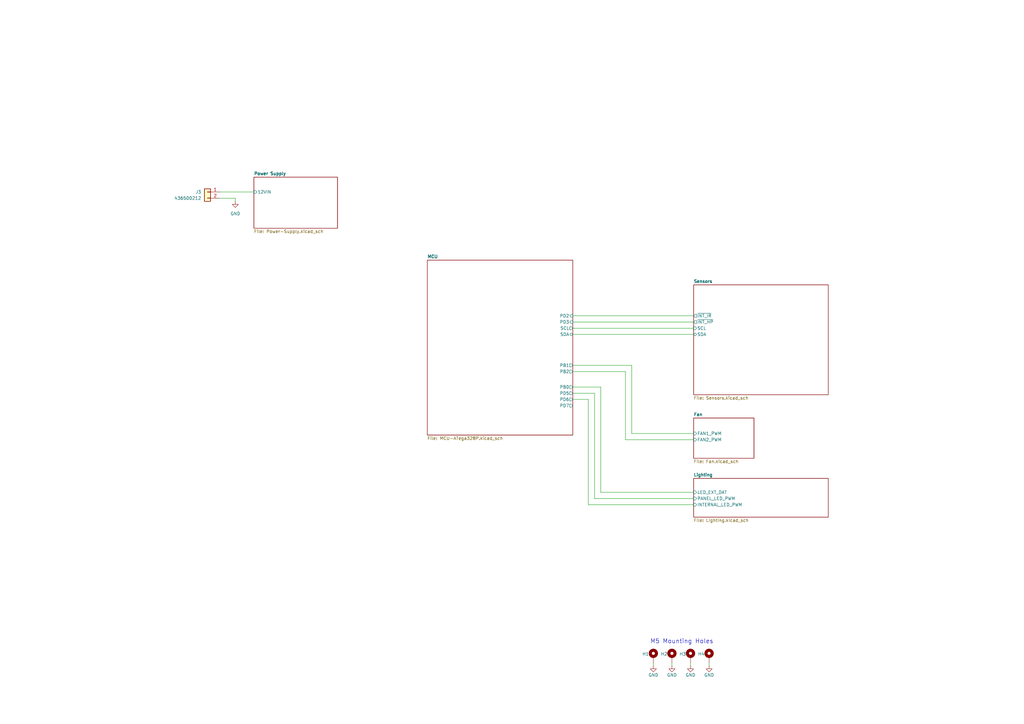
<source format=kicad_sch>
(kicad_sch (version 20231120) (generator "eeschema") (generator_version "8.0")
  (paper "A3")
  (title_block (title "Porto - Butterfly") (date "2025-02-20") (rev "v2.0"))
  (lib_symbols
    (symbol "Connector_Generic:Conn_01x02" (pin_names (offset 1.016) hide)
      (property "Reference" "J" (at 0 2.54 0))
      (property "Value" "Conn_01x02" (at 0 -5.08 0))
      (symbol "Conn_01x02_1_1"
        (rectangle (start -1.27 -2.413) (end 0 -2.667) (stroke (width 0.1524)))
        (rectangle (start -1.27 0.127) (end 0 -0.127) (stroke (width 0.1524)))
        (rectangle (start -1.27 1.27) (end 1.27 -3.81) (stroke (width 0.254)) (fill (type background)))
        (pin passive line (at -5.08 0 0) (length 3.81) (name "Pin_1") (number "1"))
        (pin passive line (at -5.08 -2.54 0) (length 3.81) (name "Pin_2") (number "2"))
      )
    )
    (symbol "Mechanical:MountingHole_Pad" (pin_numbers hide) (pin_names (offset 1.016) hide) (exclude_from_sim yes) (in_bom no)
      (property "Reference" "H" (at 0 6.35 0))
      (property "Value" "MountingHole_Pad" (at 0 4.445 0))
      (symbol "MountingHole_Pad_0_1"
        (circle (center 0 1.27) (radius 1.27) (stroke (width 1.27)))
      )
      (symbol "MountingHole_Pad_1_1"
        (pin input line (at 0 -2.54 90) (length 2.54) (name "1") (number "1"))
      )
    )
    (symbol "power:GND" (power) (pin_numbers hide) (pin_names (offset 0) hide)
      (property "Value" "GND" (at 0 -3.81 0))
      (symbol "GND_0_1"
        (polyline (pts (xy 0 0) (xy 0 -1.27) (xy 1.27 -1.27) (xy 0 -2.54) (xy -1.27 -1.27) (xy 0 -1.27)))
      )
      (symbol "GND_1_1"
        (pin power_in line (at 0 0 270) (length 0) (name "~") (number "1"))
      )
    )
  )
  (wire (pts (xy 284.48 207.01) (xy 241.3 207.01)))
  (wire (pts (xy 234.95 134.62) (xy 284.48 134.62)))
  (wire (pts (xy 256.54 180.34) (xy 256.54 152.4)))
  (wire (pts (xy 246.38 201.93) (xy 246.38 158.75)))
  (wire (pts (xy 96.52 81.28) (xy 90.17 81.28)))
  (wire (pts (xy 284.48 201.93) (xy 246.38 201.93)))
  (wire (pts (xy 259.08 149.86) (xy 259.08 177.8)))
  (wire (pts (xy 234.95 132.08) (xy 284.48 132.08)))
  (wire (pts (xy 96.52 81.28) (xy 96.52 82.55)))
  (wire (pts (xy 234.95 158.75) (xy 246.38 158.75)))
  (wire (pts (xy 241.3 207.01) (xy 241.3 163.83)))
  (wire (pts (xy 284.48 204.47) (xy 243.84 204.47)))
  (wire (pts (xy 234.95 149.86) (xy 259.08 149.86)))
  (wire (pts (xy 283.21 271.78) (xy 283.21 273.05)))
  (wire (pts (xy 275.59 271.78) (xy 275.59 273.05)))
  (wire (pts (xy 267.97 271.78) (xy 267.97 273.05)))
  (wire (pts (xy 234.95 137.16) (xy 284.48 137.16)))
  (wire (pts (xy 290.83 271.78) (xy 290.83 273.05)))
  (wire (pts (xy 259.08 177.8) (xy 284.48 177.8)))
  (wire (pts (xy 243.84 204.47) (xy 243.84 161.29)))
  (wire (pts (xy 256.54 152.4) (xy 234.95 152.4)))
  (wire (pts (xy 90.17 78.74) (xy 104.14 78.74)))
  (wire (pts (xy 234.95 163.83) (xy 241.3 163.83)))
  (wire (pts (xy 234.95 161.29) (xy 243.84 161.29)))
  (wire (pts (xy 234.95 129.54) (xy 284.48 129.54)))
  (wire (pts (xy 284.48 180.34) (xy 256.54 180.34)))
  (text "M5 Mounting Holes" (at 279.654 263.144 0) (effects (font (size 1.778 1.778))))
  (symbol (lib_id "power:GND") (at 267.97 273.05 0) (unit 1)
    (property "Reference" "#PWR022" (effects (hide yes)))
    (property "Value" "GND" (at 267.97 276.86 0))
    (property "Description" "Power symbol creates a global label with name \"GND\" , ground" (effects (hide yes)))
  )
  (symbol (lib_id "Connector_Generic:Conn_01x02") (at 85.09 78.74 0) (mirror y) (unit 1)
    (property "Reference" "J3" (at 82.55 78.7399 0) (effects (justify left)))
    (property "Value" "436500212" (at 82.55 81.2799 0) (effects (justify left)))
    (property "Footprint" "butterfly-footprint-libs:436500212" (effects (hide yes)))
    (property "Datasheet" "https://tools.molex.com/pdm_docs/ps/PS-43650.pdf" (effects (hide yes)))
    (property "Description" "1x2P 2P Micro-Fit(MX 3.0) Tin 2 -40℃~+105℃ 8.5A 1 3mm Brass Horizontal attachment SMD,P=3mm,Surface Mount，Right Angle Wire To Board Connector ROHS" (effects (hide yes)))
    (property "JLC" "C240839" (effects (hide yes)))
  )
  (symbol (lib_id "power:GND") (at 290.83 273.05 0) (unit 1)
    (property "Reference" "#PWR031" (effects (hide yes)))
    (property "Value" "GND" (at 290.83 276.86 0))
    (property "Description" "Power symbol creates a global label with name \"GND\" , ground" (effects (hide yes)))
  )
  (symbol (lib_id "power:GND") (at 96.52 82.55 0) (unit 1)
    (property "Reference" "#PWR060" (effects (hide yes)))
    (property "Value" "GND" (at 96.52 87.63 0))
    (property "Description" "Power symbol creates a global label with name \"GND\" , ground" (effects (hide yes)))
  )
  (symbol (lib_id "power:GND") (at 275.59 273.05 0) (unit 1)
    (property "Reference" "#PWR023" (effects (hide yes)))
    (property "Value" "GND" (at 275.59 276.86 0))
    (property "Description" "Power symbol creates a global label with name \"GND\" , ground" (effects (hide yes)))
  )
  (symbol (lib_id "Mechanical:MountingHole_Pad") (at 275.59 269.24 0) (unit 1) (exclude_from_sim yes) (in_bom no)
    (property "Reference" "H2" (at 271.018 268.224 0) (effects (justify left)))
    (property "Value" "MountingHole_Pad" (effects (hide yes)))
    (property "Footprint" "MountingHole:MountingHole_5.3mm_M5_DIN965_Pad" (effects (hide yes)))
    (property "Description" "Mounting Hole with connection" (effects (hide yes)))
  )
  (symbol (lib_id "Mechanical:MountingHole_Pad") (at 290.83 269.24 0) (unit 1) (exclude_from_sim yes) (in_bom no)
    (property "Reference" "H4" (at 286.258 268.224 0) (effects (justify left)))
    (property "Value" "MountingHole_Pad" (effects (hide yes)))
    (property "Footprint" "MountingHole:MountingHole_5.3mm_M5_DIN965_Pad" (effects (hide yes)))
    (property "Description" "Mounting Hole with connection" (effects (hide yes)))
  )
  (symbol (lib_id "Mechanical:MountingHole_Pad") (at 283.21 269.24 0) (unit 1) (exclude_from_sim yes) (in_bom no)
    (property "Reference" "H3" (at 278.638 268.224 0) (effects (justify left)))
    (property "Value" "MountingHole_Pad" (effects (hide yes)))
    (property "Footprint" "MountingHole:MountingHole_5.3mm_M5_DIN965_Pad" (effects (hide yes)))
    (property "Description" "Mounting Hole with connection" (effects (hide yes)))
  )
  (symbol (lib_id "power:GND") (at 283.21 273.05 0) (unit 1)
    (property "Reference" "#PWR026" (effects (hide yes)))
    (property "Value" "GND" (at 283.21 276.86 0))
    (property "Description" "Power symbol creates a global label with name \"GND\" , ground" (effects (hide yes)))
  )
  (symbol (lib_id "Mechanical:MountingHole_Pad") (at 267.97 269.24 0) (unit 1) (exclude_from_sim yes) (in_bom no)
    (property "Reference" "H1" (at 263.398 268.224 0) (effects (justify left)))
    (property "Value" "MountingHole_Pad" (effects (hide yes)))
    (property "Footprint" "MountingHole:MountingHole_5.3mm_M5_DIN965_Pad" (effects (hide yes)))
    (property "Description" "Mounting Hole with connection" (effects (hide yes)))
  )
  (sheet (at 284.48 196.215) (size 55.245 15.875) (stroke (width 0.1524))
    (property "Sheetname" "Lighting" (at 284.48 195.5034 0) (effects (font (bold yes)) (justify left bottom)))
    (property "Sheetfile" "Lighting.kicad_sch" (at 284.48 212.6746 0) (effects (justify left top)))
    (pin "PANEL_LED_PWM" input (at 284.48 204.47 180))
    (pin "INTERNAL_LED_PWM" input (at 284.48 207.01 180))
    (pin "LED_EXT_DAT" input (at 284.48 201.93 180))
  )
  (sheet (at 104.14 72.644) (size 34.29 20.955) (stroke (width 0.1524))
    (property "Sheetname" "Power Supply" (at 104.14 71.9324 0) (effects (font (bold yes)) (justify left bottom)))
    (property "Sheetfile" "Power-Supply.kicad_sch" (at 104.14 94.1836 0) (effects (justify left top)))
    (pin "12VIN" input (at 104.14 78.74 180))
  )
  (sheet (at 284.48 116.84) (size 55.245 45.085) (stroke (width 0.1524))
    (property "Sheetname" "Sensors" (at 284.48 116.1284 0) (effects (font (bold yes)) (justify left bottom)))
    (property "Sheetfile" "Sensors.kicad_sch" (at 284.48 162.5096 0) (effects (justify left top)))
    (pin "~{INT_IR}" output (at 284.48 129.54 180))
    (pin "~{INT_HP}" output (at 284.48 132.08 180))
    (pin "SCL" input (at 284.48 134.62 180))
    (pin "SDA" bidirectional (at 284.48 137.16 180))
  )
  (sheet (at 284.48 171.45) (size 24.765 16.51) (stroke (width 0.1524))
    (property "Sheetname" "Fan" (at 284.48 170.7384 0) (effects (font (bold yes)) (justify left bottom)))
    (property "Sheetfile" "Fan.kicad_sch" (at 284.48 188.5446 0) (effects (justify left top)))
    (pin "FAN2_PWM" input (at 284.48 180.34 180))
    (pin "FAN1_PWM" input (at 284.48 177.8 180))
  )
  (sheet (at 175.26 106.68) (size 59.69 71.755) (stroke (width 0.1524))
    (property "Sheetname" "MCU" (at 175.26 105.9684 0) (effects (font (bold yes)) (justify left bottom)))
    (property "Sheetfile" "MCU-ATega328P.kicad_sch" (at 175.26 179.0196 0) (effects (justify left top)))
    (pin "PB1" output (at 234.95 149.86 0))
    (pin "PB2" output (at 234.95 152.4 0))
    (pin "SDA" bidirectional (at 234.95 137.16 0))
    (pin "SCL" output (at 234.95 134.62 0))
    (pin "PD6" output (at 234.95 163.83 0))
    (pin "PD7" output (at 234.95 166.37 0))
    (pin "PD5" output (at 234.95 161.29 0))
    (pin "PB0" output (at 234.95 158.75 0))
    (pin "PD3" input (at 234.95 132.08 0))
    (pin "PD2" input (at 234.95 129.54 0))
  )
)
</source>
